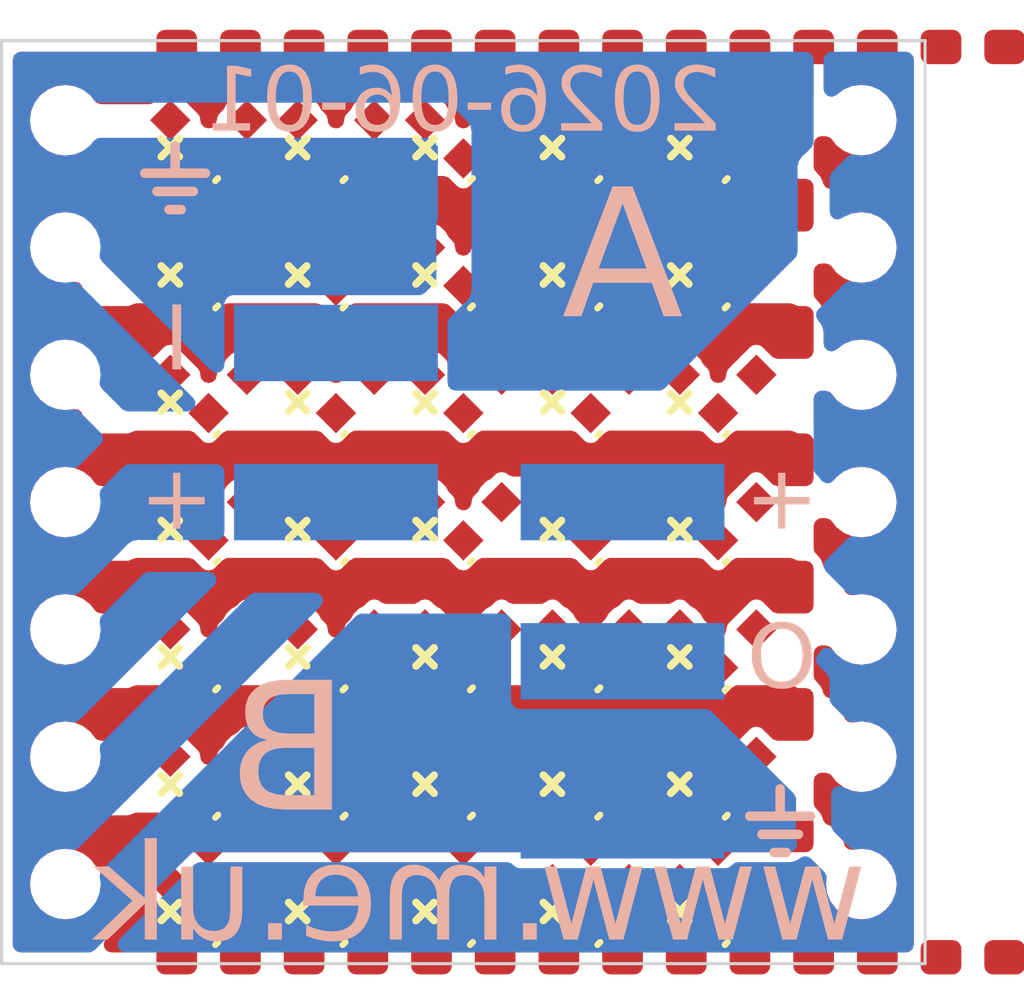
<source format=kicad_pcb>
(kicad_pcb (version 20221018) (generator pcbnew)
  (layers (0 "F.Cu" signal) (31 "B.Cu" signal) (34 "B.Paste" user) (35 "F.Paste" user) (36 "B.SilkS" user "B.Silkscreen") (37 "F.SilkS" user "F.Silkscreen") (38 "B.Mask" user) (39 "F.Mask" user) (44 "Edge.Cuts" user))
  (property "NAME1" "Name1")
  (property "NAME2" "Name2")
  (net 0 "")
  (net 1 "VDD")
  (net 2 "GND")
  (net 3 "Net-(D2-O)")
  (net 4 "Net-(D3-O)")
  (net 5 "Net-(D4-O)")
  (net 6 "Net-(D1-O)")
  (net 7 "Net-(D5-O)")
  (net 8 "Net-(D6-O)")
  (net 9 "Net-(D7-O)")
  (net 10 "Net-(D8-O)")
  (net 11 "Net-(D10-I)")
  (net 12 "Net-(D10-O)")
  (net 13 "Net-(D11-O)")
  (net 14 "Net-(D12-O)")
  (net 15 "Net-(D13-O)")
  (net 16 "Net-(D14-O)")
  (net 17 "Net-(D15-O)")
  (net 18 "Net-(D16-O)")
  (net 19 "Net-(D17-O)")
  (net 20 "Net-(D18-O)")
  (net 21 "Net-(D20-O)")
  (net 22 "Net-(D21-O)")
  (net 23 "Net-(D22-O)")
  (net 24 "Net-(D23-O)")
  (net 25 "Net-(D24-O)")
  (net 26 "Net-(D25-O)")
  (net 27 "Net-(D26-O)")
  (net 28 "Net-(D27-O)")
  (net 29 "Net-(D28-O)")
  (net 30 "Net-(D29-O)")
  (net 31 "Net-(D30-O)")
  (net 32 "Net-(D31-O)")
  (net 33 "Net-(D32-O)")
  (net 34 "Net-(D19-O)")
  (net 35 "Net-(D33-O)")
  (net 36 "Net-(D34-O)")
  (net 37 "Net-(D1-I)")
  (net 38 "Net-(D35-O)")
  (footprint "RevK:SMD1010" (layer "F.Cu") (at 107.250000 86.750000 135)
    (fp_text reference "D15" hide)
    (fp_text value "XL-1010RGBC-WS2812B" hide)
    (fp_line (start -0.750000 -0.600000) (end -0.750000 -0.540000) (stroke (width 0.100000)) (layer "F.SilkS"))
    (fp_line (start -0.080000 -0.730000) (end 0.320000 -0.730000) (stroke (width 0.120000)) (layer "F.SilkS"))
    (fp_line (start 0.120000 -0.930000) (end 0.120000 -0.530000) (stroke (width 0.120000)) (layer "F.SilkS"))
    (pad "1" smd rect (at -0.425000 -0.425000 225) (size 0.450000 0.450000) (layers "F.Cu" "F.Paste" "F.Mask") (net 17 "Net-(D15-O)"))
    (pad "2" smd rect (at 0.425000 -0.425000 225) (size 0.450000 0.450000) (layers "F.Cu" "F.Paste" "F.Mask") (net 1 "VDD"))
    (pad "3" smd rect (at -0.425000 0.425000 225) (size 0.450000 0.450000) (layers "F.Cu" "F.Paste" "F.Mask") (net 2 "GND"))
    (pad "4" smd rect (at 0.425000 0.425000 225) (size 0.450000 0.450000) (layers "F.Cu" "F.Paste" "F.Mask") (net 16 "Net-(D14-O)"))
  )
  (footprint "RevK:SMD1010" (layer "F.Cu") (at 107.250000 98.750000 135)
    (fp_text reference "D21" hide)
    (fp_text value "XL-1010RGBC-WS2812B" hide)
    (fp_line (start -0.750000 -0.600000) (end -0.750000 -0.540000) (stroke (width 0.100000)) (layer "F.SilkS"))
    (fp_line (start -0.080000 -0.730000) (end 0.320000 -0.730000) (stroke (width 0.120000)) (layer "F.SilkS"))
    (fp_line (start 0.120000 -0.930000) (end 0.120000 -0.530000) (stroke (width 0.120000)) (layer "F.SilkS"))
    (pad "1" smd rect (at -0.425000 -0.425000 225) (size 0.450000 0.450000) (layers "F.Cu" "F.Paste" "F.Mask") (net 22 "Net-(D21-O)"))
    (pad "2" smd rect (at 0.425000 -0.425000 225) (size 0.450000 0.450000) (layers "F.Cu" "F.Paste" "F.Mask") (net 1 "VDD"))
    (pad "3" smd rect (at -0.425000 0.425000 225) (size 0.450000 0.450000) (layers "F.Cu" "F.Paste" "F.Mask") (net 2 "GND"))
    (pad "4" smd rect (at 0.425000 0.425000 225) (size 0.450000 0.450000) (layers "F.Cu" "F.Paste" "F.Mask") (net 21 "Net-(D20-O)"))
  )
  (footprint "RevK:C_0402" (layer "F.Cu") (at 113.250000 85.600000 0)
    (fp_text reference "C11" hide)
    (fp_text value "330nF" hide)
    (pad "1" smd roundrect (at -0.500000 0 90) (size 0.540000 0.640000) (layers "F.Cu" "F.Paste" "F.Mask") (roundrect_rratio 0.250000) (net 1 "VDD"))
    (pad "2" smd roundrect (at 0.500000 0 90) (size 0.540000 0.640000) (layers "F.Cu" "F.Paste" "F.Mask") (roundrect_rratio 0.250000) (net 2 "GND"))
  )
  (footprint "RevK:SMD1010" (layer "F.Cu") (at 109.250000 92.750000 135)
    (fp_text reference "D25" hide)
    (fp_text value "XL-1010RGBC-WS2812B" hide)
    (fp_line (start -0.750000 -0.600000) (end -0.750000 -0.540000) (stroke (width 0.100000)) (layer "F.SilkS"))
    (fp_line (start -0.080000 -0.730000) (end 0.320000 -0.730000) (stroke (width 0.120000)) (layer "F.SilkS"))
    (fp_line (start 0.120000 -0.930000) (end 0.120000 -0.530000) (stroke (width 0.120000)) (layer "F.SilkS"))
    (pad "1" smd rect (at -0.425000 -0.425000 225) (size 0.450000 0.450000) (layers "F.Cu" "F.Paste" "F.Mask") (net 26 "Net-(D25-O)"))
    (pad "2" smd rect (at 0.425000 -0.425000 225) (size 0.450000 0.450000) (layers "F.Cu" "F.Paste" "F.Mask") (net 1 "VDD"))
    (pad "3" smd rect (at -0.425000 0.425000 225) (size 0.450000 0.450000) (layers "F.Cu" "F.Paste" "F.Mask") (net 2 "GND"))
    (pad "4" smd rect (at 0.425000 0.425000 225) (size 0.450000 0.450000) (layers "F.Cu" "F.Paste" "F.Mask") (net 25 "Net-(D24-O)"))
  )
  (footprint "RevK:SMD1010" (layer "F.Cu") (at 103.250000 90.750000 135)
    (fp_text reference "D3" hide)
    (fp_text value "XL-1010RGBC-WS2812B" hide)
    (fp_line (start -0.750000 -0.600000) (end -0.750000 -0.540000) (stroke (width 0.100000)) (layer "F.SilkS"))
    (fp_line (start -0.080000 -0.730000) (end 0.320000 -0.730000) (stroke (width 0.120000)) (layer "F.SilkS"))
    (fp_line (start 0.120000 -0.930000) (end 0.120000 -0.530000) (stroke (width 0.120000)) (layer "F.SilkS"))
    (pad "1" smd rect (at -0.425000 -0.425000 225) (size 0.450000 0.450000) (layers "F.Cu" "F.Paste" "F.Mask") (net 4 "Net-(D3-O)"))
    (pad "2" smd rect (at 0.425000 -0.425000 225) (size 0.450000 0.450000) (layers "F.Cu" "F.Paste" "F.Mask") (net 1 "VDD"))
    (pad "3" smd rect (at -0.425000 0.425000 225) (size 0.450000 0.450000) (layers "F.Cu" "F.Paste" "F.Mask") (net 2 "GND"))
    (pad "4" smd rect (at 0.425000 0.425000 225) (size 0.450000 0.450000) (layers "F.Cu" "F.Paste" "F.Mask") (net 3 "Net-(D2-O)"))
  )
  (footprint "RevK:C_0402" (layer "F.Cu") (at 105.250000 85.600000 0)
    (fp_text reference "C3" hide)
    (fp_text value "330nF" hide)
    (pad "1" smd roundrect (at -0.500000 0 90) (size 0.540000 0.640000) (layers "F.Cu" "F.Paste" "F.Mask") (roundrect_rratio 0.250000) (net 1 "VDD"))
    (pad "2" smd roundrect (at 0.500000 0 90) (size 0.540000 0.640000) (layers "F.Cu" "F.Paste" "F.Mask") (roundrect_rratio 0.250000) (net 2 "GND"))
  )
  (footprint "RevK:SMD1010" (layer "F.Cu") (at 105.250000 90.750000 135)
    (fp_text reference "D10" hide)
    (fp_text value "XL-1010RGBC-WS2812B" hide)
    (fp_line (start -0.750000 -0.600000) (end -0.750000 -0.540000) (stroke (width 0.100000)) (layer "F.SilkS"))
    (fp_line (start -0.080000 -0.730000) (end 0.320000 -0.730000) (stroke (width 0.120000)) (layer "F.SilkS"))
    (fp_line (start 0.120000 -0.930000) (end 0.120000 -0.530000) (stroke (width 0.120000)) (layer "F.SilkS"))
    (pad "1" smd rect (at -0.425000 -0.425000 225) (size 0.450000 0.450000) (layers "F.Cu" "F.Paste" "F.Mask") (net 12 "Net-(D10-O)"))
    (pad "2" smd rect (at 0.425000 -0.425000 225) (size 0.450000 0.450000) (layers "F.Cu" "F.Paste" "F.Mask") (net 1 "VDD"))
    (pad "3" smd rect (at -0.425000 0.425000 225) (size 0.450000 0.450000) (layers "F.Cu" "F.Paste" "F.Mask") (net 2 "GND"))
    (pad "4" smd rect (at 0.425000 0.425000 225) (size 0.450000 0.450000) (layers "F.Cu" "F.Paste" "F.Mask") (net 11 "Net-(D10-I)"))
  )
  (footprint "RevK:SMD1010" (layer "F.Cu") (at 107.250000 92.750000 135)
    (fp_text reference "D18" hide)
    (fp_text value "XL-1010RGBC-WS2812B" hide)
    (fp_line (start -0.750000 -0.600000) (end -0.750000 -0.540000) (stroke (width 0.100000)) (layer "F.SilkS"))
    (fp_line (start -0.080000 -0.730000) (end 0.320000 -0.730000) (stroke (width 0.120000)) (layer "F.SilkS"))
    (fp_line (start 0.120000 -0.930000) (end 0.120000 -0.530000) (stroke (width 0.120000)) (layer "F.SilkS"))
    (pad "1" smd rect (at -0.425000 -0.425000 225) (size 0.450000 0.450000) (layers "F.Cu" "F.Paste" "F.Mask") (net 20 "Net-(D18-O)"))
    (pad "2" smd rect (at 0.425000 -0.425000 225) (size 0.450000 0.450000) (layers "F.Cu" "F.Paste" "F.Mask") (net 1 "VDD"))
    (pad "3" smd rect (at -0.425000 0.425000 225) (size 0.450000 0.450000) (layers "F.Cu" "F.Paste" "F.Mask") (net 2 "GND"))
    (pad "4" smd rect (at 0.425000 0.425000 225) (size 0.450000 0.450000) (layers "F.Cu" "F.Paste" "F.Mask") (net 19 "Net-(D17-O)"))
  )
  (footprint "RevK:SMD1010" (layer "F.Cu") (at 105.250000 94.750000 135)
    (fp_text reference "D12" hide)
    (fp_text value "XL-1010RGBC-WS2812B" hide)
    (fp_line (start -0.750000 -0.600000) (end -0.750000 -0.540000) (stroke (width 0.100000)) (layer "F.SilkS"))
    (fp_line (start -0.080000 -0.730000) (end 0.320000 -0.730000) (stroke (width 0.120000)) (layer "F.SilkS"))
    (fp_line (start 0.120000 -0.930000) (end 0.120000 -0.530000) (stroke (width 0.120000)) (layer "F.SilkS"))
    (pad "1" smd rect (at -0.425000 -0.425000 225) (size 0.450000 0.450000) (layers "F.Cu" "F.Paste" "F.Mask") (net 14 "Net-(D12-O)"))
    (pad "2" smd rect (at 0.425000 -0.425000 225) (size 0.450000 0.450000) (layers "F.Cu" "F.Paste" "F.Mask") (net 1 "VDD"))
    (pad "3" smd rect (at -0.425000 0.425000 225) (size 0.450000 0.450000) (layers "F.Cu" "F.Paste" "F.Mask") (net 2 "GND"))
    (pad "4" smd rect (at 0.425000 0.425000 225) (size 0.450000 0.450000) (layers "F.Cu" "F.Paste" "F.Mask") (net 13 "Net-(D11-O)"))
  )
  (footprint "RevK:C_0402" (layer "F.Cu") (at 115.250000 85.600000 0)
    (fp_text reference "C13" hide)
    (fp_text value "330nF" hide)
    (pad "1" smd roundrect (at -0.500000 0 90) (size 0.540000 0.640000) (layers "F.Cu" "F.Paste" "F.Mask") (roundrect_rratio 0.250000) (net 1 "VDD"))
    (pad "2" smd roundrect (at 0.500000 0 90) (size 0.540000 0.640000) (layers "F.Cu" "F.Paste" "F.Mask") (roundrect_rratio 0.250000) (net 2 "GND"))
  )
  (footprint "RevK:SMD1010" (layer "F.Cu") (at 109.250000 96.750000 135)
    (fp_text reference "D27" hide)
    (fp_text value "XL-1010RGBC-WS2812B" hide)
    (fp_line (start -0.750000 -0.600000) (end -0.750000 -0.540000) (stroke (width 0.100000)) (layer "F.SilkS"))
    (fp_line (start -0.080000 -0.730000) (end 0.320000 -0.730000) (stroke (width 0.120000)) (layer "F.SilkS"))
    (fp_line (start 0.120000 -0.930000) (end 0.120000 -0.530000) (stroke (width 0.120000)) (layer "F.SilkS"))
    (pad "1" smd rect (at -0.425000 -0.425000 225) (size 0.450000 0.450000) (layers "F.Cu" "F.Paste" "F.Mask") (net 28 "Net-(D27-O)"))
    (pad "2" smd rect (at 0.425000 -0.425000 225) (size 0.450000 0.450000) (layers "F.Cu" "F.Paste" "F.Mask") (net 1 "VDD"))
    (pad "3" smd rect (at -0.425000 0.425000 225) (size 0.450000 0.450000) (layers "F.Cu" "F.Paste" "F.Mask") (net 2 "GND"))
    (pad "4" smd rect (at 0.425000 0.425000 225) (size 0.450000 0.450000) (layers "F.Cu" "F.Paste" "F.Mask") (net 27 "Net-(D26-O)"))
  )
  (footprint "RevK:C_0402" (layer "F.Cu") (at 111.250000 99.900000 0)
    (fp_text reference "C10" hide)
    (fp_text value "330nF" hide)
    (pad "1" smd roundrect (at -0.500000 0 90) (size 0.540000 0.640000) (layers "F.Cu" "F.Paste" "F.Mask") (roundrect_rratio 0.250000) (net 1 "VDD"))
    (pad "2" smd roundrect (at 0.500000 0 90) (size 0.540000 0.640000) (layers "F.Cu" "F.Paste" "F.Mask") (roundrect_rratio 0.250000) (net 2 "GND"))
  )
  (footprint "RevK:SMD1010" (layer "F.Cu") (at 107.250000 90.750000 135)
    (fp_text reference "D17" hide)
    (fp_text value "XL-1010RGBC-WS2812B" hide)
    (fp_line (start -0.750000 -0.600000) (end -0.750000 -0.540000) (stroke (width 0.100000)) (layer "F.SilkS"))
    (fp_line (start -0.080000 -0.730000) (end 0.320000 -0.730000) (stroke (width 0.120000)) (layer "F.SilkS"))
    (fp_line (start 0.120000 -0.930000) (end 0.120000 -0.530000) (stroke (width 0.120000)) (layer "F.SilkS"))
    (pad "1" smd rect (at -0.425000 -0.425000 225) (size 0.450000 0.450000) (layers "F.Cu" "F.Paste" "F.Mask") (net 19 "Net-(D17-O)"))
    (pad "2" smd rect (at 0.425000 -0.425000 225) (size 0.450000 0.450000) (layers "F.Cu" "F.Paste" "F.Mask") (net 1 "VDD"))
    (pad "3" smd rect (at -0.425000 0.425000 225) (size 0.450000 0.450000) (layers "F.Cu" "F.Paste" "F.Mask") (net 2 "GND"))
    (pad "4" smd rect (at 0.425000 0.425000 225) (size 0.450000 0.450000) (layers "F.Cu" "F.Paste" "F.Mask") (net 18 "Net-(D16-O)"))
  )
  (footprint "RevK:SMD1010" (layer "F.Cu") (at 107.250000 94.750000 135)
    (fp_text reference "D19" hide)
    (fp_text value "XL-1010RGBC-WS2812B" hide)
    (fp_line (start -0.750000 -0.600000) (end -0.750000 -0.540000) (stroke (width 0.100000)) (layer "F.SilkS"))
    (fp_line (start -0.080000 -0.730000) (end 0.320000 -0.730000) (stroke (width 0.120000)) (layer "F.SilkS"))
    (fp_line (start 0.120000 -0.930000) (end 0.120000 -0.530000) (stroke (width 0.120000)) (layer "F.SilkS"))
    (pad "1" smd rect (at -0.425000 -0.425000 225) (size 0.450000 0.450000) (layers "F.Cu" "F.Paste" "F.Mask") (net 34 "Net-(D19-O)"))
    (pad "2" smd rect (at 0.425000 -0.425000 225) (size 0.450000 0.450000) (layers "F.Cu" "F.Paste" "F.Mask") (net 1 "VDD"))
    (pad "3" smd rect (at -0.425000 0.425000 225) (size 0.450000 0.450000) (layers "F.Cu" "F.Paste" "F.Mask") (net 2 "GND"))
    (pad "4" smd rect (at 0.425000 0.425000 225) (size 0.450000 0.450000) (layers "F.Cu" "F.Paste" "F.Mask") (net 20 "Net-(D18-O)"))
  )
  (footprint "RevK:SMD1010" (layer "F.Cu") (at 105.250000 88.750000 135)
    (fp_text reference "D9" hide)
    (fp_text value "XL-1010RGBC-WS2812B" hide)
    (fp_line (start -0.750000 -0.600000) (end -0.750000 -0.540000) (stroke (width 0.100000)) (layer "F.SilkS"))
    (fp_line (start -0.080000 -0.730000) (end 0.320000 -0.730000) (stroke (width 0.120000)) (layer "F.SilkS"))
    (fp_line (start 0.120000 -0.930000) (end 0.120000 -0.530000) (stroke (width 0.120000)) (layer "F.SilkS"))
    (pad "1" smd rect (at -0.425000 -0.425000 225) (size 0.450000 0.450000) (layers "F.Cu" "F.Paste" "F.Mask") (net 11 "Net-(D10-I)"))
    (pad "2" smd rect (at 0.425000 -0.425000 225) (size 0.450000 0.450000) (layers "F.Cu" "F.Paste" "F.Mask") (net 1 "VDD"))
    (pad "3" smd rect (at -0.425000 0.425000 225) (size 0.450000 0.450000) (layers "F.Cu" "F.Paste" "F.Mask") (net 2 "GND"))
    (pad "4" smd rect (at 0.425000 0.425000 225) (size 0.450000 0.450000) (layers "F.Cu" "F.Paste" "F.Mask") (net 10 "Net-(D8-O)"))
  )
  (footprint "RevK:SMD1010" (layer "F.Cu") (at 109.250000 94.750000 135)
    (fp_text reference "D26" hide)
    (fp_text value "XL-1010RGBC-WS2812B" hide)
    (fp_line (start -0.750000 -0.600000) (end -0.750000 -0.540000) (stroke (width 0.100000)) (layer "F.SilkS"))
    (fp_line (start -0.080000 -0.730000) (end 0.320000 -0.730000) (stroke (width 0.120000)) (layer "F.SilkS"))
    (fp_line (start 0.120000 -0.930000) (end 0.120000 -0.530000) (stroke (width 0.120000)) (layer "F.SilkS"))
    (pad "1" smd rect (at -0.425000 -0.425000 225) (size 0.450000 0.450000) (layers "F.Cu" "F.Paste" "F.Mask") (net 27 "Net-(D26-O)"))
    (pad "2" smd rect (at 0.425000 -0.425000 225) (size 0.450000 0.450000) (layers "F.Cu" "F.Paste" "F.Mask") (net 1 "VDD"))
    (pad "3" smd rect (at -0.425000 0.425000 225) (size 0.450000 0.450000) (layers "F.Cu" "F.Paste" "F.Mask") (net 2 "GND"))
    (pad "4" smd rect (at 0.425000 0.425000 225) (size 0.450000 0.450000) (layers "F.Cu" "F.Paste" "F.Mask") (net 26 "Net-(D25-O)"))
  )
  (footprint "RevK:SMD1010" (layer "F.Cu") (at 105.250000 96.750000 135)
    (fp_text reference "D13" hide)
    (fp_text value "XL-1010RGBC-WS2812B" hide)
    (fp_line (start -0.750000 -0.600000) (end -0.750000 -0.540000) (stroke (width 0.100000)) (layer "F.SilkS"))
    (fp_line (start -0.080000 -0.730000) (end 0.320000 -0.730000) (stroke (width 0.120000)) (layer "F.SilkS"))
    (fp_line (start 0.120000 -0.930000) (end 0.120000 -0.530000) (stroke (width 0.120000)) (layer "F.SilkS"))
    (pad "1" smd rect (at -0.425000 -0.425000 225) (size 0.450000 0.450000) (layers "F.Cu" "F.Paste" "F.Mask") (net 15 "Net-(D13-O)"))
    (pad "2" smd rect (at 0.425000 -0.425000 225) (size 0.450000 0.450000) (layers "F.Cu" "F.Paste" "F.Mask") (net 1 "VDD"))
    (pad "3" smd rect (at -0.425000 0.425000 225) (size 0.450000 0.450000) (layers "F.Cu" "F.Paste" "F.Mask") (net 2 "GND"))
    (pad "4" smd rect (at 0.425000 0.425000 225) (size 0.450000 0.450000) (layers "F.Cu" "F.Paste" "F.Mask") (net 14 "Net-(D12-O)"))
  )
  (footprint "RevK:SMD1010" (layer "F.Cu") (at 103.250000 86.750000 135)
    (fp_text reference "D1" hide)
    (fp_text value "XL-1010RGBC-WS2812B" hide)
    (fp_line (start -0.750000 -0.600000) (end -0.750000 -0.540000) (stroke (width 0.100000)) (layer "F.SilkS"))
    (fp_line (start -0.080000 -0.730000) (end 0.320000 -0.730000) (stroke (width 0.120000)) (layer "F.SilkS"))
    (fp_line (start 0.120000 -0.930000) (end 0.120000 -0.530000) (stroke (width 0.120000)) (layer "F.SilkS"))
    (pad "1" smd rect (at -0.425000 -0.425000 225) (size 0.450000 0.450000) (layers "F.Cu" "F.Paste" "F.Mask") (net 6 "Net-(D1-O)"))
    (pad "2" smd rect (at 0.425000 -0.425000 225) (size 0.450000 0.450000) (layers "F.Cu" "F.Paste" "F.Mask") (net 1 "VDD"))
    (pad "3" smd rect (at -0.425000 0.425000 225) (size 0.450000 0.450000) (layers "F.Cu" "F.Paste" "F.Mask") (net 2 "GND"))
    (pad "4" smd rect (at 0.425000 0.425000 225) (size 0.450000 0.450000) (layers "F.Cu" "F.Paste" "F.Mask") (net 37 "Net-(D1-I)"))
  )
  (footprint "RevK:SMD1010" (layer "F.Cu") (at 105.250000 98.750000 135)
    (fp_text reference "D14" hide)
    (fp_text value "XL-1010RGBC-WS2812B" hide)
    (fp_line (start -0.750000 -0.600000) (end -0.750000 -0.540000) (stroke (width 0.100000)) (layer "F.SilkS"))
    (fp_line (start -0.080000 -0.730000) (end 0.320000 -0.730000) (stroke (width 0.120000)) (layer "F.SilkS"))
    (fp_line (start 0.120000 -0.930000) (end 0.120000 -0.530000) (stroke (width 0.120000)) (layer "F.SilkS"))
    (pad "1" smd rect (at -0.425000 -0.425000 225) (size 0.450000 0.450000) (layers "F.Cu" "F.Paste" "F.Mask") (net 16 "Net-(D14-O)"))
    (pad "2" smd rect (at 0.425000 -0.425000 225) (size 0.450000 0.450000) (layers "F.Cu" "F.Paste" "F.Mask") (net 1 "VDD"))
    (pad "3" smd rect (at -0.425000 0.425000 225) (size 0.450000 0.450000) (layers "F.Cu" "F.Paste" "F.Mask") (net 2 "GND"))
    (pad "4" smd rect (at 0.425000 0.425000 225) (size 0.450000 0.450000) (layers "F.Cu" "F.Paste" "F.Mask") (net 15 "Net-(D13-O)"))
  )
  (footprint "RevK:C_0402" (layer "F.Cu") (at 103.250000 85.600000 0)
    (fp_text reference "C1" hide)
    (fp_text value "330nF" hide)
    (pad "1" smd roundrect (at -0.500000 0 90) (size 0.540000 0.640000) (layers "F.Cu" "F.Paste" "F.Mask") (roundrect_rratio 0.250000) (net 1 "VDD"))
    (pad "2" smd roundrect (at 0.500000 0 90) (size 0.540000 0.640000) (layers "F.Cu" "F.Paste" "F.Mask") (roundrect_rratio 0.250000) (net 2 "GND"))
  )
  (footprint "RevK:C_0402" (layer "F.Cu") (at 103.250000 99.900000 0)
    (fp_text reference "C2" hide)
    (fp_text value "330nF" hide)
    (pad "1" smd roundrect (at -0.500000 0 90) (size 0.540000 0.640000) (layers "F.Cu" "F.Paste" "F.Mask") (roundrect_rratio 0.250000) (net 1 "VDD"))
    (pad "2" smd roundrect (at 0.500000 0 90) (size 0.540000 0.640000) (layers "F.Cu" "F.Paste" "F.Mask") (roundrect_rratio 0.250000) (net 2 "GND"))
  )
  (footprint "RevK:C_0402" (layer "F.Cu") (at 113.250000 99.900000 0)
    (fp_text reference "C12" hide)
    (fp_text value "330nF" hide)
    (pad "1" smd roundrect (at -0.500000 0 90) (size 0.540000 0.640000) (layers "F.Cu" "F.Paste" "F.Mask") (roundrect_rratio 0.250000) (net 1 "VDD"))
    (pad "2" smd roundrect (at 0.500000 0 90) (size 0.540000 0.640000) (layers "F.Cu" "F.Paste" "F.Mask") (roundrect_rratio 0.250000) (net 2 "GND"))
  )
  (footprint "RevK:SMD1010" (layer "F.Cu") (at 103.250000 96.750000 135)
    (fp_text reference "D6" hide)
    (fp_text value "XL-1010RGBC-WS2812B" hide)
    (fp_line (start -0.750000 -0.600000) (end -0.750000 -0.540000) (stroke (width 0.100000)) (layer "F.SilkS"))
    (fp_line (start -0.080000 -0.730000) (end 0.320000 -0.730000) (stroke (width 0.120000)) (layer "F.SilkS"))
    (fp_line (start 0.120000 -0.930000) (end 0.120000 -0.530000) (stroke (width 0.120000)) (layer "F.SilkS"))
    (pad "1" smd rect (at -0.425000 -0.425000 225) (size 0.450000 0.450000) (layers "F.Cu" "F.Paste" "F.Mask") (net 8 "Net-(D6-O)"))
    (pad "2" smd rect (at 0.425000 -0.425000 225) (size 0.450000 0.450000) (layers "F.Cu" "F.Paste" "F.Mask") (net 1 "VDD"))
    (pad "3" smd rect (at -0.425000 0.425000 225) (size 0.450000 0.450000) (layers "F.Cu" "F.Paste" "F.Mask") (net 2 "GND"))
    (pad "4" smd rect (at 0.425000 0.425000 225) (size 0.450000 0.450000) (layers "F.Cu" "F.Paste" "F.Mask") (net 7 "Net-(D5-O)"))
  )
  (footprint "RevK:C_0402" (layer "F.Cu") (at 109.250000 85.600000 0)
    (fp_text reference "C7" hide)
    (fp_text value "330nF" hide)
    (pad "1" smd roundrect (at -0.500000 0 90) (size 0.540000 0.640000) (layers "F.Cu" "F.Paste" "F.Mask") (roundrect_rratio 0.250000) (net 1 "VDD"))
    (pad "2" smd roundrect (at 0.500000 0 90) (size 0.540000 0.640000) (layers "F.Cu" "F.Paste" "F.Mask") (roundrect_rratio 0.250000) (net 2 "GND"))
  )
  (footprint "RevK:SMD1010" (layer "F.Cu") (at 107.250000 96.750000 135)
    (fp_text reference "D20" hide)
    (fp_text value "XL-1010RGBC-WS2812B" hide)
    (fp_line (start -0.750000 -0.600000) (end -0.750000 -0.540000) (stroke (width 0.100000)) (layer "F.SilkS"))
    (fp_line (start -0.080000 -0.730000) (end 0.320000 -0.730000) (stroke (width 0.120000)) (layer "F.SilkS"))
    (fp_line (start 0.120000 -0.930000) (end 0.120000 -0.530000) (stroke (width 0.120000)) (layer "F.SilkS"))
    (pad "1" smd rect (at -0.425000 -0.425000 225) (size 0.450000 0.450000) (layers "F.Cu" "F.Paste" "F.Mask") (net 21 "Net-(D20-O)"))
    (pad "2" smd rect (at 0.425000 -0.425000 225) (size 0.450000 0.450000) (layers "F.Cu" "F.Paste" "F.Mask") (net 1 "VDD"))
    (pad "3" smd rect (at -0.425000 0.425000 225) (size 0.450000 0.450000) (layers "F.Cu" "F.Paste" "F.Mask") (net 2 "GND"))
    (pad "4" smd rect (at 0.425000 0.425000 225) (size 0.450000 0.450000) (layers "F.Cu" "F.Paste" "F.Mask") (net 34 "Net-(D19-O)"))
  )
  (footprint "RevK:C_0402" (layer "F.Cu") (at 115.250000 99.900000 0)
    (fp_text reference "C14" hide)
    (fp_text value "330nF" hide)
    (pad "1" smd roundrect (at -0.500000 0 90) (size 0.540000 0.640000) (layers "F.Cu" "F.Paste" "F.Mask") (roundrect_rratio 0.250000) (net 1 "VDD"))
    (pad "2" smd roundrect (at 0.500000 0 90) (size 0.540000 0.640000) (layers "F.Cu" "F.Paste" "F.Mask") (roundrect_rratio 0.250000) (net 2 "GND"))
  )
  (footprint "RevK:SMD1010" (layer "F.Cu") (at 109.250000 86.750000 135)
    (fp_text reference "D22" hide)
    (fp_text value "XL-1010RGBC-WS2812B" hide)
    (fp_line (start -0.750000 -0.600000) (end -0.750000 -0.540000) (stroke (width 0.100000)) (layer "F.SilkS"))
    (fp_line (start -0.080000 -0.730000) (end 0.320000 -0.730000) (stroke (width 0.120000)) (layer "F.SilkS"))
    (fp_line (start 0.120000 -0.930000) (end 0.120000 -0.530000) (stroke (width 0.120000)) (layer "F.SilkS"))
    (pad "1" smd rect (at -0.425000 -0.425000 225) (size 0.450000 0.450000) (layers "F.Cu" "F.Paste" "F.Mask") (net 23 "Net-(D22-O)"))
    (pad "2" smd rect (at 0.425000 -0.425000 225) (size 0.450000 0.450000) (layers "F.Cu" "F.Paste" "F.Mask") (net 1 "VDD"))
    (pad "3" smd rect (at -0.425000 0.425000 225) (size 0.450000 0.450000) (layers "F.Cu" "F.Paste" "F.Mask") (net 2 "GND"))
    (pad "4" smd rect (at 0.425000 0.425000 225) (size 0.450000 0.450000) (layers "F.Cu" "F.Paste" "F.Mask") (net 22 "Net-(D21-O)"))
  )
  (footprint "RevK:SMD1010" (layer "F.Cu") (at 109.250000 90.750000 135)
    (fp_text reference "D24" hide)
    (fp_text value "XL-1010RGBC-WS2812B" hide)
    (fp_line (start -0.750000 -0.600000) (end -0.750000 -0.540000) (stroke (width 0.100000)) (layer "F.SilkS"))
    (fp_line (start -0.080000 -0.730000) (end 0.320000 -0.730000) (stroke (width 0.120000)) (layer "F.SilkS"))
    (fp_line (start 0.120000 -0.930000) (end 0.120000 -0.530000) (stroke (width 0.120000)) (layer "F.SilkS"))
    (pad "1" smd rect (at -0.425000 -0.425000 225) (size 0.450000 0.450000) (layers "F.Cu" "F.Paste" "F.Mask") (net 25 "Net-(D24-O)"))
    (pad "2" smd rect (at 0.425000 -0.425000 225) (size 0.450000 0.450000) (layers "F.Cu" "F.Paste" "F.Mask") (net 1 "VDD"))
    (pad "3" smd rect (at -0.425000 0.425000 225) (size 0.450000 0.450000) (layers "F.Cu" "F.Paste" "F.Mask") (net 2 "GND"))
    (pad "4" smd rect (at 0.425000 0.425000 225) (size 0.450000 0.450000) (layers "F.Cu" "F.Paste" "F.Mask") (net 24 "Net-(D23-O)"))
  )
  (footprint "RevK:SMD1010" (layer "F.Cu") (at 111.250000 94.750000 135)
    (fp_text reference "D33" hide)
    (fp_text value "XL-1010RGBC-WS2812B" hide)
    (fp_line (start -0.750000 -0.600000) (end -0.750000 -0.540000) (stroke (width 0.100000)) (layer "F.SilkS"))
    (fp_line (start -0.080000 -0.730000) (end 0.320000 -0.730000) (stroke (width 0.120000)) (layer "F.SilkS"))
    (fp_line (start 0.120000 -0.930000) (end 0.120000 -0.530000) (stroke (width 0.120000)) (layer "F.SilkS"))
    (pad "1" smd rect (at -0.425000 -0.425000 225) (size 0.450000 0.450000) (layers "F.Cu" "F.Paste" "F.Mask") (net 35 "Net-(D33-O)"))
    (pad "2" smd rect (at 0.425000 -0.425000 225) (size 0.450000 0.450000) (layers "F.Cu" "F.Paste" "F.Mask") (net 1 "VDD"))
    (pad "3" smd rect (at -0.425000 0.425000 225) (size 0.450000 0.450000) (layers "F.Cu" "F.Paste" "F.Mask") (net 2 "GND"))
    (pad "4" smd rect (at 0.425000 0.425000 225) (size 0.450000 0.450000) (layers "F.Cu" "F.Paste" "F.Mask") (net 33 "Net-(D32-O)"))
  )
  (footprint "RevK:SMD1010" (layer "F.Cu") (at 111.250000 86.750000 135)
    (fp_text reference "D29" hide)
    (fp_text value "XL-1010RGBC-WS2812B" hide)
    (fp_line (start -0.750000 -0.600000) (end -0.750000 -0.540000) (stroke (width 0.100000)) (layer "F.SilkS"))
    (fp_line (start -0.080000 -0.730000) (end 0.320000 -0.730000) (stroke (width 0.120000)) (layer "F.SilkS"))
    (fp_line (start 0.120000 -0.930000) (end 0.120000 -0.530000) (stroke (width 0.120000)) (layer "F.SilkS"))
    (pad "1" smd rect (at -0.425000 -0.425000 225) (size 0.450000 0.450000) (layers "F.Cu" "F.Paste" "F.Mask") (net 30 "Net-(D29-O)"))
    (pad "2" smd rect (at 0.425000 -0.425000 225) (size 0.450000 0.450000) (layers "F.Cu" "F.Paste" "F.Mask") (net 1 "VDD"))
    (pad "3" smd rect (at -0.425000 0.425000 225) (size 0.450000 0.450000) (layers "F.Cu" "F.Paste" "F.Mask") (net 2 "GND"))
    (pad "4" smd rect (at 0.425000 0.425000 225) (size 0.450000 0.450000) (layers "F.Cu" "F.Paste" "F.Mask") (net 29 "Net-(D28-O)"))
  )
  (footprint "RevK:C_0402" (layer "F.Cu") (at 111.250000 85.600000 0)
    (fp_text reference "C9" hide)
    (fp_text value "330nF" hide)
    (pad "1" smd roundrect (at -0.500000 0 90) (size 0.540000 0.640000) (layers "F.Cu" "F.Paste" "F.Mask") (roundrect_rratio 0.250000) (net 1 "VDD"))
    (pad "2" smd roundrect (at 0.500000 0 90) (size 0.540000 0.640000) (layers "F.Cu" "F.Paste" "F.Mask") (roundrect_rratio 0.250000) (net 2 "GND"))
  )
  (footprint "RevK:SMD1010" (layer "F.Cu") (at 103.250000 92.750000 135)
    (fp_text reference "D4" hide)
    (fp_text value "XL-1010RGBC-WS2812B" hide)
    (fp_line (start -0.750000 -0.600000) (end -0.750000 -0.540000) (stroke (width 0.100000)) (layer "F.SilkS"))
    (fp_line (start -0.080000 -0.730000) (end 0.320000 -0.730000) (stroke (width 0.120000)) (layer "F.SilkS"))
    (fp_line (start 0.120000 -0.930000) (end 0.120000 -0.530000) (stroke (width 0.120000)) (layer "F.SilkS"))
    (pad "1" smd rect (at -0.425000 -0.425000 225) (size 0.450000 0.450000) (layers "F.Cu" "F.Paste" "F.Mask") (net 5 "Net-(D4-O)"))
    (pad "2" smd rect (at 0.425000 -0.425000 225) (size 0.450000 0.450000) (layers "F.Cu" "F.Paste" "F.Mask") (net 1 "VDD"))
    (pad "3" smd rect (at -0.425000 0.425000 225) (size 0.450000 0.450000) (layers "F.Cu" "F.Paste" "F.Mask") (net 2 "GND"))
    (pad "4" smd rect (at 0.425000 0.425000 225) (size 0.450000 0.450000) (layers "F.Cu" "F.Paste" "F.Mask") (net 4 "Net-(D3-O)"))
  )
  (footprint "RevK:C_0402" (layer "F.Cu") (at 105.250000 99.900000 0)
    (fp_text reference "C4" hide)
    (fp_text value "330nF" hide)
    (pad "1" smd roundrect (at -0.500000 0 90) (size 0.540000 0.640000) (layers "F.Cu" "F.Paste" "F.Mask") (roundrect_rratio 0.250000) (net 1 "VDD"))
    (pad "2" smd roundrect (at 0.500000 0 90) (size 0.540000 0.640000) (layers "F.Cu" "F.Paste" "F.Mask") (roundrect_rratio 0.250000) (net 2 "GND"))
  )
  (footprint "RevK:SMD1010" (layer "F.Cu") (at 109.250000 88.750000 135)
    (fp_text reference "D23" hide)
    (fp_text value "XL-1010RGBC-WS2812B" hide)
    (fp_line (start -0.750000 -0.600000) (end -0.750000 -0.540000) (stroke (width 0.100000)) (layer "F.SilkS"))
    (fp_line (start -0.080000 -0.730000) (end 0.320000 -0.730000) (stroke (width 0.120000)) (layer "F.SilkS"))
    (fp_line (start 0.120000 -0.930000) (end 0.120000 -0.530000) (stroke (width 0.120000)) (layer "F.SilkS"))
    (pad "1" smd rect (at -0.425000 -0.425000 225) (size 0.450000 0.450000) (layers "F.Cu" "F.Paste" "F.Mask") (net 24 "Net-(D23-O)"))
    (pad "2" smd rect (at 0.425000 -0.425000 225) (size 0.450000 0.450000) (layers "F.Cu" "F.Paste" "F.Mask") (net 1 "VDD"))
    (pad "3" smd rect (at -0.425000 0.425000 225) (size 0.450000 0.450000) (layers "F.Cu" "F.Paste" "F.Mask") (net 2 "GND"))
    (pad "4" smd rect (at 0.425000 0.425000 225) (size 0.450000 0.450000) (layers "F.Cu" "F.Paste" "F.Mask") (net 23 "Net-(D22-O)"))
  )
  (footprint "RevK:SMD1010" (layer "F.Cu") (at 105.250000 92.750000 135)
    (fp_text reference "D11" hide)
    (fp_text value "XL-1010RGBC-WS2812B" hide)
    (fp_line (start -0.750000 -0.600000) (end -0.750000 -0.540000) (stroke (width 0.100000)) (layer "F.SilkS"))
    (fp_line (start -0.080000 -0.730000) (end 0.320000 -0.730000) (stroke (width 0.120000)) (layer "F.SilkS"))
    (fp_line (start 0.120000 -0.930000) (end 0.120000 -0.530000) (stroke (width 0.120000)) (layer "F.SilkS"))
    (pad "1" smd rect (at -0.425000 -0.425000 225) (size 0.450000 0.450000) (layers "F.Cu" "F.Paste" "F.Mask") (net 13 "Net-(D11-O)"))
    (pad "2" smd rect (at 0.425000 -0.425000 225) (size 0.450000 0.450000) (layers "F.Cu" "F.Paste" "F.Mask") (net 1 "VDD"))
    (pad "3" smd rect (at -0.425000 0.425000 225) (size 0.450000 0.450000) (layers "F.Cu" "F.Paste" "F.Mask") (net 2 "GND"))
    (pad "4" smd rect (at 0.425000 0.425000 225) (size 0.450000 0.450000) (layers "F.Cu" "F.Paste" "F.Mask") (net 12 "Net-(D10-O)"))
  )
  (footprint "RevK:C_0402" (layer "F.Cu") (at 107.250000 99.900000 0)
    (fp_text reference "C6" hide)
    (fp_text value "330nF" hide)
    (pad "1" smd roundrect (at -0.500000 0 90) (size 0.540000 0.640000) (layers "F.Cu" "F.Paste" "F.Mask") (roundrect_rratio 0.250000) (net 1 "VDD"))
    (pad "2" smd roundrect (at 0.500000 0 90) (size 0.540000 0.640000) (layers "F.Cu" "F.Paste" "F.Mask") (roundrect_rratio 0.250000) (net 2 "GND"))
  )
  (footprint "RevK:SMD1010" (layer "F.Cu") (at 111.250000 88.750000 135)
    (fp_text reference "D30" hide)
    (fp_text value "XL-1010RGBC-WS2812B" hide)
    (fp_line (start -0.750000 -0.600000) (end -0.750000 -0.540000) (stroke (width 0.100000)) (layer "F.SilkS"))
    (fp_line (start -0.080000 -0.730000) (end 0.320000 -0.730000) (stroke (width 0.120000)) (layer "F.SilkS"))
    (fp_line (start 0.120000 -0.930000) (end 0.120000 -0.530000) (stroke (width 0.120000)) (layer "F.SilkS"))
    (pad "1" smd rect (at -0.425000 -0.425000 225) (size 0.450000 0.450000) (layers "F.Cu" "F.Paste" "F.Mask") (net 31 "Net-(D30-O)"))
    (pad "2" smd rect (at 0.425000 -0.425000 225) (size 0.450000 0.450000) (layers "F.Cu" "F.Paste" "F.Mask") (net 1 "VDD"))
    (pad "3" smd rect (at -0.425000 0.425000 225) (size 0.450000 0.450000) (layers "F.Cu" "F.Paste" "F.Mask") (net 2 "GND"))
    (pad "4" smd rect (at 0.425000 0.425000 225) (size 0.450000 0.450000) (layers "F.Cu" "F.Paste" "F.Mask") (net 30 "Net-(D29-O)"))
  )
  (footprint "RevK:SMD1010" (layer "F.Cu") (at 103.250000 94.750000 135)
    (fp_text reference "D5" hide)
    (fp_text value "XL-1010RGBC-WS2812B" hide)
    (fp_line (start -0.750000 -0.600000) (end -0.750000 -0.540000) (stroke (width 0.100000)) (layer "F.SilkS"))
    (fp_line (start -0.080000 -0.730000) (end 0.320000 -0.730000) (stroke (width 0.120000)) (layer "F.SilkS"))
    (fp_line (start 0.120000 -0.930000) (end 0.120000 -0.530000) (stroke (width 0.120000)) (layer "F.SilkS"))
    (pad "1" smd rect (at -0.425000 -0.425000 225) (size 0.450000 0.450000) (layers "F.Cu" "F.Paste" "F.Mask") (net 7 "Net-(D5-O)"))
    (pad "2" smd rect (at 0.425000 -0.425000 225) (size 0.450000 0.450000) (layers "F.Cu" "F.Paste" "F.Mask") (net 1 "VDD"))
    (pad "3" smd rect (at -0.425000 0.425000 225) (size 0.450000 0.450000) (layers "F.Cu" "F.Paste" "F.Mask") (net 2 "GND"))
    (pad "4" smd rect (at 0.425000 0.425000 225) (size 0.450000 0.450000) (layers "F.Cu" "F.Paste" "F.Mask") (net 5 "Net-(D4-O)"))
  )
  (footprint "RevK:SMD1010" (layer "F.Cu") (at 111.250000 92.750000 135)
    (fp_text reference "D32" hide)
    (fp_text value "XL-1010RGBC-WS2812B" hide)
    (fp_line (start -0.750000 -0.600000) (end -0.750000 -0.540000) (stroke (width 0.100000)) (layer "F.SilkS"))
    (fp_line (start -0.080000 -0.730000) (end 0.320000 -0.730000) (stroke (width 0.120000)) (layer "F.SilkS"))
    (fp_line (start 0.120000 -0.930000) (end 0.120000 -0.530000) (stroke (width 0.120000)) (layer "F.SilkS"))
    (pad "1" smd rect (at -0.425000 -0.425000 225) (size 0.450000 0.450000) (layers "F.Cu" "F.Paste" "F.Mask") (net 33 "Net-(D32-O)"))
    (pad "2" smd rect (at 0.425000 -0.425000 225) (size 0.450000 0.450000) (layers "F.Cu" "F.Paste" "F.Mask") (net 1 "VDD"))
    (pad "3" smd rect (at -0.425000 0.425000 225) (size 0.450000 0.450000) (layers "F.Cu" "F.Paste" "F.Mask") (net 2 "GND"))
    (pad "4" smd rect (at 0.425000 0.425000 225) (size 0.450000 0.450000) (layers "F.Cu" "F.Paste" "F.Mask") (net 32 "Net-(D31-O)"))
  )
  (footprint "RevK:SMD1010" (layer "F.Cu") (at 111.250000 96.750000 135)
    (fp_text reference "D34" hide)
    (fp_text value "XL-1010RGBC-WS2812B" hide)
    (fp_line (start -0.750000 -0.600000) (end -0.750000 -0.540000) (stroke (width 0.100000)) (layer "F.SilkS"))
    (fp_line (start -0.080000 -0.730000) (end 0.320000 -0.730000) (stroke (width 0.120000)) (layer "F.SilkS"))
    (fp_line (start 0.120000 -0.930000) (end 0.120000 -0.530000) (stroke (width 0.120000)) (layer "F.SilkS"))
    (pad "1" smd rect (at -0.425000 -0.425000 225) (size 0.450000 0.450000) (layers "F.Cu" "F.Paste" "F.Mask") (net 36 "Net-(D34-O)"))
    (pad "2" smd rect (at 0.425000 -0.425000 225) (size 0.450000 0.450000) (layers "F.Cu" "F.Paste" "F.Mask") (net 1 "VDD"))
    (pad "3" smd rect (at -0.425000 0.425000 225) (size 0.450000 0.450000) (layers "F.Cu" "F.Paste" "F.Mask") (net 2 "GND"))
    (pad "4" smd rect (at 0.425000 0.425000 225) (size 0.450000 0.450000) (layers "F.Cu" "F.Paste" "F.Mask") (net 35 "Net-(D33-O)"))
  )
  (footprint "RevK:SMD1010" (layer "F.Cu") (at 103.250000 88.750000 135)
    (fp_text reference "D2" hide)
    (fp_text value "XL-1010RGBC-WS2812B" hide)
    (fp_line (start -0.750000 -0.600000) (end -0.750000 -0.540000) (stroke (width 0.100000)) (layer "F.SilkS"))
    (fp_line (start -0.080000 -0.730000) (end 0.320000 -0.730000) (stroke (width 0.120000)) (layer "F.SilkS"))
    (fp_line (start 0.120000 -0.930000) (end 0.120000 -0.530000) (stroke (width 0.120000)) (layer "F.SilkS"))
    (pad "1" smd rect (at -0.425000 -0.425000 225) (size 0.450000 0.450000) (layers "F.Cu" "F.Paste" "F.Mask") (net 3 "Net-(D2-O)"))
    (pad "2" smd rect (at 0.425000 -0.425000 225) (size 0.450000 0.450000) (layers "F.Cu" "F.Paste" "F.Mask") (net 1 "VDD"))
    (pad "3" smd rect (at -0.425000 0.425000 225) (size 0.450000 0.450000) (layers "F.Cu" "F.Paste" "F.Mask") (net 2 "GND"))
    (pad "4" smd rect (at 0.425000 0.425000 225) (size 0.450000 0.450000) (layers "F.Cu" "F.Paste" "F.Mask") (net 6 "Net-(D1-O)"))
  )
  (footprint "RevK:SMD1010" (layer "F.Cu") (at 109.250000 98.750000 135)
    (fp_text reference "D28" hide)
    (fp_text value "XL-1010RGBC-WS2812B" hide)
    (fp_line (start -0.750000 -0.600000) (end -0.750000 -0.540000) (stroke (width 0.100000)) (layer "F.SilkS"))
    (fp_line (start -0.080000 -0.730000) (end 0.320000 -0.730000) (stroke (width 0.120000)) (layer "F.SilkS"))
    (fp_line (start 0.120000 -0.930000) (end 0.120000 -0.530000) (stroke (width 0.120000)) (layer "F.SilkS"))
    (pad "1" smd rect (at -0.425000 -0.425000 225) (size 0.450000 0.450000) (layers "F.Cu" "F.Paste" "F.Mask") (net 29 "Net-(D28-O)"))
    (pad "2" smd rect (at 0.425000 -0.425000 225) (size 0.450000 0.450000) (layers "F.Cu" "F.Paste" "F.Mask") (net 1 "VDD"))
    (pad "3" smd rect (at -0.425000 0.425000 225) (size 0.450000 0.450000) (layers "F.Cu" "F.Paste" "F.Mask") (net 2 "GND"))
    (pad "4" smd rect (at 0.425000 0.425000 225) (size 0.450000 0.450000) (layers "F.Cu" "F.Paste" "F.Mask") (net 28 "Net-(D27-O)"))
  )
  (footprint "RevK:C_0402" (layer "F.Cu") (at 107.250000 85.600000 0)
    (fp_text reference "C5" hide)
    (fp_text value "330nF" hide)
    (pad "1" smd roundrect (at -0.500000 0 90) (size 0.540000 0.640000) (layers "F.Cu" "F.Paste" "F.Mask") (roundrect_rratio 0.250000) (net 1 "VDD"))
    (pad "2" smd roundrect (at 0.500000 0 90) (size 0.540000 0.640000) (layers "F.Cu" "F.Paste" "F.Mask") (roundrect_rratio 0.250000) (net 2 "GND"))
  )
  (footprint "RevK:SMD1010" (layer "F.Cu") (at 111.250000 98.750000 135)
    (fp_text reference "D35" hide)
    (fp_text value "XL-1010RGBC-WS2812B" hide)
    (fp_line (start -0.750000 -0.600000) (end -0.750000 -0.540000) (stroke (width 0.100000)) (layer "F.SilkS"))
    (fp_line (start -0.080000 -0.730000) (end 0.320000 -0.730000) (stroke (width 0.120000)) (layer "F.SilkS"))
    (fp_line (start 0.120000 -0.930000) (end 0.120000 -0.530000) (stroke (width 0.120000)) (layer "F.SilkS"))
    (pad "1" smd rect (at -0.425000 -0.425000 225) (size 0.450000 0.450000) (layers "F.Cu" "F.Paste" "F.Mask") (net 38 "Net-(D35-O)"))
    (pad "2" smd rect (at 0.425000 -0.425000 225) (size 0.450000 0.450000) (layers "F.Cu" "F.Paste" "F.Mask") (net 1 "VDD"))
    (pad "3" smd rect (at -0.425000 0.425000 225) (size 0.450000 0.450000) (layers "F.Cu" "F.Paste" "F.Mask") (net 2 "GND"))
    (pad "4" smd rect (at 0.425000 0.425000 225) (size 0.450000 0.450000) (layers "F.Cu" "F.Paste" "F.Mask") (net 36 "Net-(D34-O)"))
  )
  (footprint "RevK:SMD1010" (layer "F.Cu") (at 105.250000 86.750000 135)
    (fp_text reference "D8" hide)
    (fp_text value "XL-1010RGBC-WS2812B" hide)
    (fp_line (start -0.750000 -0.600000) (end -0.750000 -0.540000) (stroke (width 0.100000)) (layer "F.SilkS"))
    (fp_line (start -0.080000 -0.730000) (end 0.320000 -0.730000) (stroke (width 0.120000)) (layer "F.SilkS"))
    (fp_line (start 0.120000 -0.930000) (end 0.120000 -0.530000) (stroke (width 0.120000)) (layer "F.SilkS"))
    (pad "1" smd rect (at -0.425000 -0.425000 225) (size 0.450000 0.450000) (layers "F.Cu" "F.Paste" "F.Mask") (net 10 "Net-(D8-O)"))
    (pad "2" smd rect (at 0.425000 -0.425000 225) (size 0.450000 0.450000) (layers "F.Cu" "F.Paste" "F.Mask") (net 1 "VDD"))
    (pad "3" smd rect (at -0.425000 0.425000 225) (size 0.450000 0.450000) (layers "F.Cu" "F.Paste" "F.Mask") (net 2 "GND"))
    (pad "4" smd rect (at 0.425000 0.425000 225) (size 0.450000 0.450000) (layers "F.Cu" "F.Paste" "F.Mask") (net 9 "Net-(D7-O)"))
  )
  (footprint "RevK:SMD1010" (layer "F.Cu") (at 111.250000 90.750000 135)
    (fp_text reference "D31" hide)
    (fp_text value "XL-1010RGBC-WS2812B" hide)
    (fp_line (start -0.750000 -0.600000) (end -0.750000 -0.540000) (stroke (width 0.100000)) (layer "F.SilkS"))
    (fp_line (start -0.080000 -0.730000) (end 0.320000 -0.730000) (stroke (width 0.120000)) (layer "F.SilkS"))
    (fp_line (start 0.120000 -0.930000) (end 0.120000 -0.530000) (stroke (width 0.120000)) (layer "F.SilkS"))
    (pad "1" smd rect (at -0.425000 -0.425000 225) (size 0.450000 0.450000) (layers "F.Cu" "F.Paste" "F.Mask") (net 32 "Net-(D31-O)"))
    (pad "2" smd rect (at 0.425000 -0.425000 225) (size 0.450000 0.450000) (layers "F.Cu" "F.Paste" "F.Mask") (net 1 "VDD"))
    (pad "3" smd rect (at -0.425000 0.425000 225) (size 0.450000 0.450000) (layers "F.Cu" "F.Paste" "F.Mask") (net 2 "GND"))
    (pad "4" smd rect (at 0.425000 0.425000 225) (size 0.450000 0.450000) (layers "F.Cu" "F.Paste" "F.Mask") (net 31 "Net-(D30-O)"))
  )
  (footprint "RevK:SMD1010" (layer "F.Cu") (at 103.250000 98.750000 135)
    (fp_text reference "D7" hide)
    (fp_text value "XL-1010RGBC-WS2812B" hide)
    (fp_line (start -0.750000 -0.600000) (end -0.750000 -0.540000) (stroke (width 0.100000)) (layer "F.SilkS"))
    (fp_line (start -0.080000 -0.730000) (end 0.320000 -0.730000) (stroke (width 0.120000)) (layer "F.SilkS"))
    (fp_line (start 0.120000 -0.930000) (end 0.120000 -0.530000) (stroke (width 0.120000)) (layer "F.SilkS"))
    (pad "1" smd rect (at -0.425000 -0.425000 225) (size 0.450000 0.450000) (layers "F.Cu" "F.Paste" "F.Mask") (net 9 "Net-(D7-O)"))
    (pad "2" smd rect (at 0.425000 -0.425000 225) (size 0.450000 0.450000) (layers "F.Cu" "F.Paste" "F.Mask") (net 1 "VDD"))
    (pad "3" smd rect (at -0.425000 0.425000 225) (size 0.450000 0.450000) (layers "F.Cu" "F.Paste" "F.Mask") (net 2 "GND"))
    (pad "4" smd rect (at 0.425000 0.425000 225) (size 0.450000 0.450000) (layers "F.Cu" "F.Paste" "F.Mask") (net 8 "Net-(D6-O)"))
  )
  (footprint "RevK:C_0402" (layer "F.Cu") (at 109.250000 99.900000 0)
    (fp_text reference "C8" hide)
    (fp_text value "330nF" hide)
    (pad "1" smd roundrect (at -0.500000 0 90) (size 0.540000 0.640000) (layers "F.Cu" "F.Paste" "F.Mask") (roundrect_rratio 0.250000) (net 1 "VDD"))
    (pad "2" smd roundrect (at 0.500000 0 90) (size 0.540000 0.640000) (layers "F.Cu" "F.Paste" "F.Mask") (roundrect_rratio 0.250000) (net 2 "GND"))
  )
  (footprint "RevK:SMD1010" (layer "F.Cu") (at 107.250000 88.750000 135)
    (fp_text reference "D16" hide)
    (fp_text value "XL-1010RGBC-WS2812B" hide)
    (fp_line (start -0.750000 -0.600000) (end -0.750000 -0.540000) (stroke (width 0.100000)) (layer "F.SilkS"))
    (fp_line (start -0.080000 -0.730000) (end 0.320000 -0.730000) (stroke (width 0.120000)) (layer "F.SilkS"))
    (fp_line (start 0.120000 -0.930000) (end 0.120000 -0.530000) (stroke (width 0.120000)) (layer "F.SilkS"))
    (pad "1" smd rect (at -0.425000 -0.425000 225) (size 0.450000 0.450000) (layers "F.Cu" "F.Paste" "F.Mask") (net 18 "Net-(D16-O)"))
    (pad "2" smd rect (at 0.425000 -0.425000 225) (size 0.450000 0.450000) (layers "F.Cu" "F.Paste" "F.Mask") (net 1 "VDD"))
    (pad "3" smd rect (at -0.425000 0.425000 225) (size 0.450000 0.450000) (layers "F.Cu" "F.Paste" "F.Mask") (net 2 "GND"))
    (pad "4" smd rect (at 0.425000 0.425000 225) (size 0.450000 0.450000) (layers "F.Cu" "F.Paste" "F.Mask") (net 17 "Net-(D15-O)"))
  )
  (footprint "RevK:3-PADS" (layer "B.Cu") (at 109.750000 95.250000 -90)
    (fp_text reference "J2" hide)
    (fp_text value "Conn_01x03")
    (pad "1" smd rect (at 2.500000 0 270) (size 1.200000 3.200000) (layers "B.Cu" "B.Paste" "B.Mask") (net 2 "GND"))
    (pad "2" smd rect (at 0 0 270) (size 1.200000 3.200000) (layers "B.Cu" "B.Paste" "B.Mask") (net 38 "Net-(D35-O)"))
    (pad "3" smd rect (at -2.500000 0 270) (size 1.200000 3.200000) (layers "B.Cu" "B.Paste" "B.Mask") (net 1 "VDD"))
  )
  (footprint "RevK:3-PADS" (layer "B.Cu") (at 105.250000 90.250000 90)
    (fp_text reference "J1" hide)
    (fp_text value "Conn_01x03")
    (pad "1" smd rect (at 2.500000 0 90) (size 1.200000 3.200000) (layers "B.Cu" "B.Paste" "B.Mask") (net 2 "GND"))
    (pad "2" smd rect (at 0 0 90) (size 1.200000 3.200000) (layers "B.Cu" "B.Paste" "B.Mask") (net 37 "Net-(D1-I)"))
    (pad "3" smd rect (at -2.500000 0 90) (size 1.200000 3.200000) (layers "B.Cu" "B.Paste" "B.Mask") (net 1 "VDD"))
  )
  (gr_line (start 114.500000 100) (end 100 100) (stroke (width 0.050000)) (layer "Edge.Cuts"))
  (gr_line (start 100 100) (end 100 85.500000) (stroke (width 0.050000)) (layer "Edge.Cuts"))
  (gr_line (start 114.500000 85.500000) (end 114.500000 100) (stroke (width 0.050000)) (layer "Edge.Cuts"))
  (gr_line (start 100 85.500000) (end 114.500000 85.500000) (stroke (width 0.050000)) (layer "Edge.Cuts"))
  (gr_text "O" (at 112.250000 95.250000) (layer "B.SilkS") (effects (font (size 1 1) (thickness 0.150000)) (justify mirror)))
  (gr_text "I" (at 102.750000 90.250000) (layer "B.SilkS") (effects (font (size 1 1) (thickness 0.150000)) (justify mirror)))
  (gr_text "A" (at 109.750000 89) (layer "B.SilkS") (effects (font (size 2 2) (thickness 0.150000)) (justify mirror)))
  (gr_text "⏚" (at 112.225000 97.800000) (layer "B.SilkS") (effects (font (size 1 1) (thickness 0.150000)) (justify mirror)))
  (gr_text "+" (at 112.250000 92.750000) (layer "B.SilkS") (effects (font (size 1 1) (thickness 0.150000)) (justify mirror)))
  (gr_text "⏚" (at 102.725000 87.700000) (layer "B.SilkS") (effects (font (size 1 1) (thickness 0.150000)) (justify mirror)))
  (gr_text "B" (at 104.500000 96.750000) (layer "B.SilkS") (effects (font (size 2 2) (thickness 0.150000)) (justify mirror)))
  (gr_text "www.me.uk" (at 107.500000 99) (layer "B.SilkS") (effects (font (size 1.500000 1.500000) (thickness 0.150000)) (justify mirror)))
  (gr_text "+" (at 102.750000 92.750000) (layer "B.SilkS") (effects (font (size 1 1) (thickness 0.150000)) (justify mirror)))
  (gr_text "${CURRENT_DATE}" (at 107.250000 86.500000) (layer "B.SilkS") (effects (font (size 1 1) (thickness 0.150000)) (justify mirror)))
  (zone (net 2) (net_name "GND") (layers "F&B.Cu") (priority 1) (connect_pads yes (clearance 0.150000)) (min_thickness 0.250000) (fill yes (thermal_gap 0.500000) (thermal_bridge_width 0.500000))
    (polygon (pts (xy 112.750000 85.500000) (xy 100 85.500000) (xy 100 100) (xy 101.250000 100) (xy 103 98.250000) (xy 112.750000 98.250000)))
  )
  (zone (net 1) (net_name "VDD") (layers "F&B.Cu") (connect_pads yes (clearance 0.150000)) (min_thickness 0.250000) (fill yes (thermal_gap 0.500000) (thermal_bridge_width 0.500000))
    (polygon (pts (xy 101.250000 100) (xy 103 98.250000) (xy 112.750000 98.250000) (xy 112.750000 85.500000) (xy 114.500000 85.500000) (xy 114.500000 100)))
  )
)
</source>
